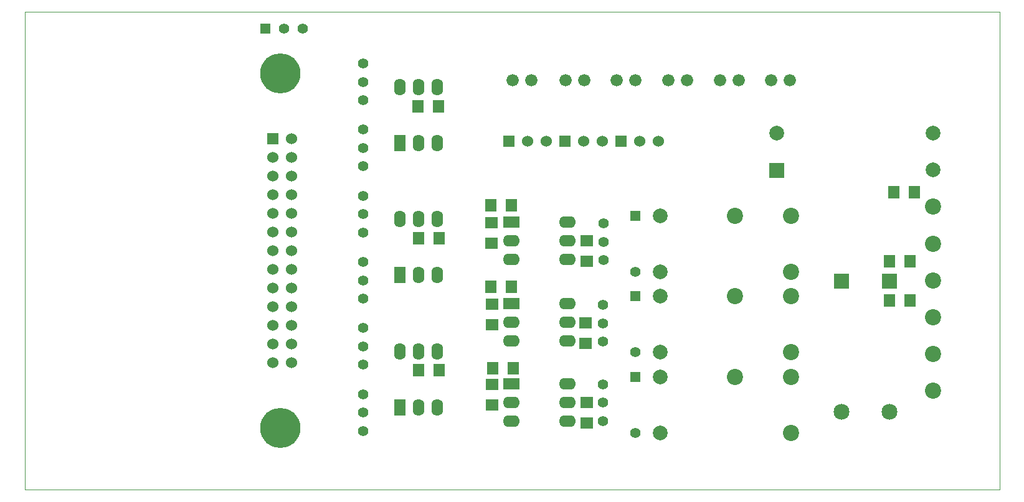
<source format=gbr>
%FSLAX46Y46*%
G04 Gerber Fmt 4.6, Leading zero omitted, Abs format (unit mm)*
G04 Created by KiCad (PCBNEW (2014-jul-16 BZR unknown)-product) date Mon 06 Oct 2014 10:40:32 AM CEST*
%MOMM*%
G01*
G04 APERTURE LIST*
%ADD10C,0.100000*%
%ADD11R,1.998980X1.998980*%
%ADD12C,1.998980*%
%ADD13R,1.600200X1.803400*%
%ADD14R,1.803400X1.600200*%
%ADD15C,1.676400*%
%ADD16R,1.397000X1.397000*%
%ADD17C,1.397000*%
%ADD18C,2.159000*%
%ADD19R,2.159000X2.159000*%
%ADD20R,1.574800X2.286000*%
%ADD21O,1.574800X2.286000*%
%ADD22R,2.286000X1.574800*%
%ADD23O,2.286000X1.574800*%
%ADD24R,1.524000X1.524000*%
%ADD25C,1.524000*%
%ADD26C,2.000000*%
%ADD27C,2.200000*%
%ADD28C,5.461000*%
%ADD29C,1.400000*%
G04 APERTURE END LIST*
D10*
X0Y65000000D02*
X30000000Y65000000D01*
X0Y0D02*
X0Y65000000D01*
X30000000Y0D02*
X0Y0D01*
X132500000Y65000000D02*
X30000000Y65000000D01*
X132500000Y0D02*
X30000000Y0D01*
X132500000Y0D02*
X132500000Y65000000D01*
D11*
X102250000Y43460000D03*
D12*
X102250000Y48540000D03*
D13*
X117553000Y25750000D03*
X120347000Y25750000D03*
X117553000Y31050000D03*
X120347000Y31050000D03*
X118103000Y40500000D03*
X120897000Y40500000D03*
D14*
X63450000Y36347000D03*
X63450000Y33553000D03*
X63550000Y25247000D03*
X63550000Y22453000D03*
X63550000Y14347000D03*
X63550000Y11553000D03*
X76350000Y33847000D03*
X76350000Y31053000D03*
X76250000Y22747000D03*
X76250000Y19953000D03*
X76350000Y11847000D03*
X76350000Y9053000D03*
D13*
X53453000Y52150000D03*
X56247000Y52150000D03*
X53553000Y34250000D03*
X56347000Y34250000D03*
X53553000Y16250000D03*
X56347000Y16250000D03*
D15*
X66330000Y55750000D03*
X68870000Y55750000D03*
X73480000Y55750000D03*
X76020000Y55750000D03*
X80480000Y55750000D03*
X83020000Y55750000D03*
X101480000Y55750000D03*
X104020000Y55750000D03*
X94480000Y55750000D03*
X97020000Y55750000D03*
X87480000Y55750000D03*
X90020000Y55750000D03*
D16*
X83000000Y37310000D03*
D17*
X83000000Y29690000D03*
D16*
X83000000Y26310000D03*
D17*
X83000000Y18690000D03*
D16*
X83000000Y15310000D03*
D17*
X83000000Y7690000D03*
D18*
X111000000Y10610000D03*
D19*
X111000000Y28390000D03*
D18*
X117500000Y10610000D03*
D19*
X117500000Y28390000D03*
D20*
X50960000Y47190000D03*
D21*
X53500000Y47190000D03*
X56040000Y47190000D03*
X56040000Y54810000D03*
X53500000Y54810000D03*
X50960000Y54810000D03*
D20*
X50960000Y29190000D03*
D21*
X53500000Y29190000D03*
X56040000Y29190000D03*
X56040000Y36810000D03*
X53500000Y36810000D03*
X50960000Y36810000D03*
D20*
X50960000Y11190000D03*
D21*
X53500000Y11190000D03*
X56040000Y11190000D03*
X56040000Y18810000D03*
X53500000Y18810000D03*
X50960000Y18810000D03*
D22*
X66140000Y36390000D03*
D23*
X66140000Y33850000D03*
X66140000Y31310000D03*
X73760000Y31310000D03*
X73760000Y33850000D03*
X73760000Y36390000D03*
D22*
X66140000Y25290000D03*
D23*
X66140000Y22750000D03*
X66140000Y20210000D03*
X73760000Y20210000D03*
X73760000Y22750000D03*
X73760000Y25290000D03*
D22*
X66140000Y14390000D03*
D23*
X66140000Y11850000D03*
X66140000Y9310000D03*
X73760000Y9310000D03*
X73760000Y11850000D03*
X73760000Y14390000D03*
D24*
X65790000Y47410000D03*
D25*
X68330000Y47410000D03*
X70870000Y47410000D03*
D24*
X73410000Y47410000D03*
D25*
X75950000Y47410000D03*
X78490000Y47410000D03*
D24*
X81030000Y47410000D03*
D25*
X83570000Y47410000D03*
X86110000Y47410000D03*
D26*
X123500000Y43500000D03*
X123500000Y48500000D03*
D27*
X123500000Y13500000D03*
X123500000Y18500000D03*
X123500000Y23500000D03*
X123500000Y28500000D03*
X123500000Y33500000D03*
X123500000Y38500000D03*
D24*
X33730000Y47740000D03*
D25*
X36270000Y47740000D03*
X33730000Y45200000D03*
X36270000Y45200000D03*
X33730000Y42660000D03*
X36270000Y42660000D03*
X33730000Y40120000D03*
X36270000Y40120000D03*
X33730000Y37580000D03*
X36270000Y37580000D03*
X33730000Y35040000D03*
X36270000Y35040000D03*
X33730000Y32500000D03*
X36270000Y32500000D03*
X33730000Y29960000D03*
X36270000Y29960000D03*
X33730000Y27420000D03*
X36270000Y27420000D03*
X33730000Y24880000D03*
X36270000Y24880000D03*
D28*
X34746000Y56630000D03*
D25*
X33730000Y22340000D03*
X36270000Y22340000D03*
X33730000Y19800000D03*
X36270000Y19800000D03*
X33730000Y17260000D03*
X36270000Y17260000D03*
D28*
X34746000Y8370000D03*
D16*
X32710000Y62750000D03*
D17*
X35250000Y62750000D03*
X37790000Y62750000D03*
D13*
X66147000Y38750000D03*
X63353000Y38750000D03*
X66147000Y27650000D03*
X63353000Y27650000D03*
X66397000Y16500000D03*
X63603000Y16500000D03*
D29*
X46000000Y49000000D03*
X46000000Y46500000D03*
X46000000Y44000000D03*
X46000000Y31000000D03*
X46000000Y28500000D03*
X46000000Y26000000D03*
X46000000Y13000000D03*
X46000000Y10500000D03*
X46000000Y8000000D03*
X46000000Y58000000D03*
X46000000Y55500000D03*
X46000000Y53000000D03*
X46000000Y40000000D03*
X46000000Y37500000D03*
X46000000Y35000000D03*
X78650000Y36250000D03*
X78650000Y33750000D03*
X78650000Y31250000D03*
X78550000Y25150000D03*
X78550000Y22650000D03*
X78550000Y20150000D03*
X78550000Y14350000D03*
X78550000Y11850000D03*
X78550000Y9350000D03*
X46000000Y22000000D03*
X46000000Y19500000D03*
X46000000Y17000000D03*
D27*
X96500000Y37310000D03*
X104120000Y29690000D03*
X104120000Y37310000D03*
D26*
X86340000Y37310000D03*
X86340000Y29690000D03*
D27*
X96500000Y26310000D03*
X104120000Y18690000D03*
X104120000Y26310000D03*
D26*
X86340000Y26310000D03*
X86340000Y18690000D03*
D27*
X96500000Y15310000D03*
X104120000Y7690000D03*
X104120000Y15310000D03*
D26*
X86340000Y15310000D03*
X86340000Y7690000D03*
M02*

</source>
